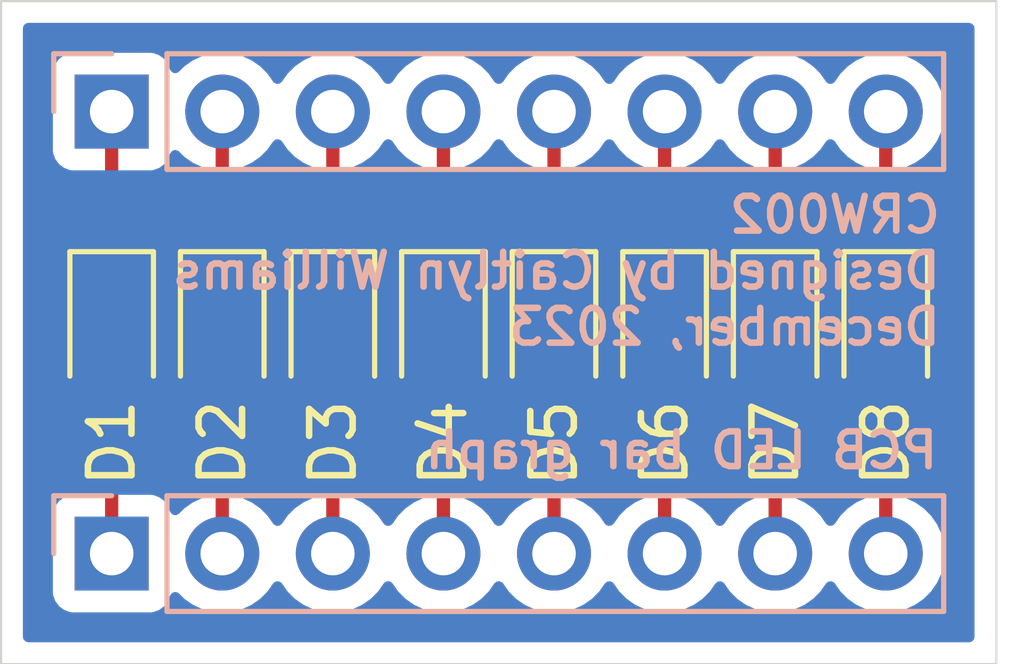
<source format=kicad_pcb>
(kicad_pcb (version 20221018) (generator pcbnew)
  (layers (0 "F.Cu" signal) (31 "B.Cu" signal) (34 "B.Paste" user) (35 "F.Paste" user) (36 "B.SilkS" user "B.Silkscreen") (37 "F.SilkS" user "F.Silkscreen") (38 "B.Mask" user) (39 "F.Mask" user) (44 "Edge.Cuts" user))
  (net 0 "")
  (net 1 "Net-(D1-K)")
  (net 2 "Net-(D1-A)")
  (net 3 "Net-(D2-K)")
  (net 4 "Net-(D2-A)")
  (net 5 "Net-(D3-K)")
  (net 6 "Net-(D3-A)")
  (net 7 "Net-(D4-K)")
  (net 8 "Net-(D4-A)")
  (net 9 "Net-(D5-K)")
  (net 10 "Net-(D5-A)")
  (net 11 "Net-(D6-K)")
  (net 12 "Net-(D6-A)")
  (net 13 "Net-(D7-K)")
  (net 14 "Net-(D7-A)")
  (net 15 "Net-(D8-K)")
  (net 16 "Net-(D8-A)")
  (footprint "LED_SMD:LED_0805_2012Metric_Pad1.15x1.40mm_HandSolder" (layer "F.Cu") (at 93.98 68.58 -90)
    (fp_text reference "D5" (at 2.54 0 90) (layer "F.SilkS"))
    (fp_text value "LED")
    (fp_line (start -1.86 -0.96) (end -1.86 0.96) (stroke (width 0.12)) (layer "F.SilkS"))
    (fp_line (start -1.86 0.96) (end 1 0.96) (stroke (width 0.12)) (layer "F.SilkS"))
    (fp_line (start 1 -0.96) (end -1.86 -0.96) (stroke (width 0.12)) (layer "F.SilkS"))
    (pad "1" smd roundrect (at -1.025 0 270) (size 1.15 1.4) (layers "F.Cu" "F.Paste" "F.Mask") (roundrect_rratio 0.217391) (net 9 "Net-(D5-K)"))
    (pad "2" smd roundrect (at 1.025 0 270) (size 1.15 1.4) (layers "F.Cu" "F.Paste" "F.Mask") (roundrect_rratio 0.217391) (net 10 "Net-(D5-A)"))
  )
  (footprint "LED_SMD:LED_0805_2012Metric_Pad1.15x1.40mm_HandSolder" (layer "F.Cu") (at 86.36 68.58 -90)
    (fp_text reference "D2" (at 2.54 0 90) (layer "F.SilkS"))
    (fp_text value "LED")
    (fp_line (start -1.86 -0.96) (end -1.86 0.96) (stroke (width 0.12)) (layer "F.SilkS"))
    (fp_line (start -1.86 0.96) (end 1 0.96) (stroke (width 0.12)) (layer "F.SilkS"))
    (fp_line (start 1 -0.96) (end -1.86 -0.96) (stroke (width 0.12)) (layer "F.SilkS"))
    (pad "1" smd roundrect (at -1.025 0 270) (size 1.15 1.4) (layers "F.Cu" "F.Paste" "F.Mask") (roundrect_rratio 0.217391) (net 3 "Net-(D2-K)"))
    (pad "2" smd roundrect (at 1.025 0 270) (size 1.15 1.4) (layers "F.Cu" "F.Paste" "F.Mask") (roundrect_rratio 0.217391) (net 4 "Net-(D2-A)"))
  )
  (footprint "LED_SMD:LED_0805_2012Metric_Pad1.15x1.40mm_HandSolder" (layer "F.Cu") (at 99.06 68.58 -90)
    (fp_text reference "D7" (at 2.54 0 90) (layer "F.SilkS"))
    (fp_text value "LED")
    (fp_line (start -1.86 -0.96) (end -1.86 0.96) (stroke (width 0.12)) (layer "F.SilkS"))
    (fp_line (start -1.86 0.96) (end 1 0.96) (stroke (width 0.12)) (layer "F.SilkS"))
    (fp_line (start 1 -0.96) (end -1.86 -0.96) (stroke (width 0.12)) (layer "F.SilkS"))
    (pad "1" smd roundrect (at -1.025 0 270) (size 1.15 1.4) (layers "F.Cu" "F.Paste" "F.Mask") (roundrect_rratio 0.217391) (net 13 "Net-(D7-K)"))
    (pad "2" smd roundrect (at 1.025 0 270) (size 1.15 1.4) (layers "F.Cu" "F.Paste" "F.Mask") (roundrect_rratio 0.217391) (net 14 "Net-(D7-A)"))
  )
  (footprint "LED_SMD:LED_0805_2012Metric_Pad1.15x1.40mm_HandSolder" (layer "F.Cu") (at 91.44 68.58 -90)
    (fp_text reference "D4" (at 2.54 0 90) (layer "F.SilkS"))
    (fp_text value "LED")
    (fp_line (start -1.86 -0.96) (end -1.86 0.96) (stroke (width 0.12)) (layer "F.SilkS"))
    (fp_line (start -1.86 0.96) (end 1 0.96) (stroke (width 0.12)) (layer "F.SilkS"))
    (fp_line (start 1 -0.96) (end -1.86 -0.96) (stroke (width 0.12)) (layer "F.SilkS"))
    (pad "1" smd roundrect (at -1.025 0 270) (size 1.15 1.4) (layers "F.Cu" "F.Paste" "F.Mask") (roundrect_rratio 0.217391) (net 7 "Net-(D4-K)"))
    (pad "2" smd roundrect (at 1.025 0 270) (size 1.15 1.4) (layers "F.Cu" "F.Paste" "F.Mask") (roundrect_rratio 0.217391) (net 8 "Net-(D4-A)"))
  )
  (footprint "LED_SMD:LED_0805_2012Metric_Pad1.15x1.40mm_HandSolder" (layer "F.Cu") (at 83.82 68.58 -90)
    (fp_text reference "D1" (at 2.54 0 90) (layer "F.SilkS"))
    (fp_text value "LED")
    (fp_line (start -1.86 -0.96) (end -1.86 0.96) (stroke (width 0.12)) (layer "F.SilkS"))
    (fp_line (start -1.86 0.96) (end 1 0.96) (stroke (width 0.12)) (layer "F.SilkS"))
    (fp_line (start 1 -0.96) (end -1.86 -0.96) (stroke (width 0.12)) (layer "F.SilkS"))
    (pad "1" smd roundrect (at -1.025 0 270) (size 1.15 1.4) (layers "F.Cu" "F.Paste" "F.Mask") (roundrect_rratio 0.217391) (net 1 "Net-(D1-K)"))
    (pad "2" smd roundrect (at 1.025 0 270) (size 1.15 1.4) (layers "F.Cu" "F.Paste" "F.Mask") (roundrect_rratio 0.217391) (net 2 "Net-(D1-A)"))
  )
  (footprint "LED_SMD:LED_0805_2012Metric_Pad1.15x1.40mm_HandSolder" (layer "F.Cu") (at 88.9 68.58 -90)
    (fp_text reference "D3" (at 2.54 0 90) (layer "F.SilkS"))
    (fp_text value "LED")
    (fp_line (start -1.86 -0.96) (end -1.86 0.96) (stroke (width 0.12)) (layer "F.SilkS"))
    (fp_line (start -1.86 0.96) (end 1 0.96) (stroke (width 0.12)) (layer "F.SilkS"))
    (fp_line (start 1 -0.96) (end -1.86 -0.96) (stroke (width 0.12)) (layer "F.SilkS"))
    (pad "1" smd roundrect (at -1.025 0 270) (size 1.15 1.4) (layers "F.Cu" "F.Paste" "F.Mask") (roundrect_rratio 0.217391) (net 5 "Net-(D3-K)"))
    (pad "2" smd roundrect (at 1.025 0 270) (size 1.15 1.4) (layers "F.Cu" "F.Paste" "F.Mask") (roundrect_rratio 0.217391) (net 6 "Net-(D3-A)"))
  )
  (footprint "LED_SMD:LED_0805_2012Metric_Pad1.15x1.40mm_HandSolder" (layer "F.Cu") (at 96.52 68.58 -90)
    (fp_text reference "D6" (at 2.54 0 90) (layer "F.SilkS"))
    (fp_text value "LED")
    (fp_line (start -1.86 -0.96) (end -1.86 0.96) (stroke (width 0.12)) (layer "F.SilkS"))
    (fp_line (start -1.86 0.96) (end 1 0.96) (stroke (width 0.12)) (layer "F.SilkS"))
    (fp_line (start 1 -0.96) (end -1.86 -0.96) (stroke (width 0.12)) (layer "F.SilkS"))
    (pad "1" smd roundrect (at -1.025 0 270) (size 1.15 1.4) (layers "F.Cu" "F.Paste" "F.Mask") (roundrect_rratio 0.217391) (net 11 "Net-(D6-K)"))
    (pad "2" smd roundrect (at 1.025 0 270) (size 1.15 1.4) (layers "F.Cu" "F.Paste" "F.Mask") (roundrect_rratio 0.217391) (net 12 "Net-(D6-A)"))
  )
  (footprint "LED_SMD:LED_0805_2012Metric_Pad1.15x1.40mm_HandSolder" (layer "F.Cu") (at 101.6 68.58 -90)
    (fp_text reference "D8" (at 2.54 0 90) (layer "F.SilkS"))
    (fp_text value "LED")
    (fp_line (start -1.86 -0.96) (end -1.86 0.96) (stroke (width 0.12)) (layer "F.SilkS"))
    (fp_line (start -1.86 0.96) (end 1 0.96) (stroke (width 0.12)) (layer "F.SilkS"))
    (fp_line (start 1 -0.96) (end -1.86 -0.96) (stroke (width 0.12)) (layer "F.SilkS"))
    (pad "1" smd roundrect (at -1.025 0 270) (size 1.15 1.4) (layers "F.Cu" "F.Paste" "F.Mask") (roundrect_rratio 0.217391) (net 15 "Net-(D8-K)"))
    (pad "2" smd roundrect (at 1.025 0 270) (size 1.15 1.4) (layers "F.Cu" "F.Paste" "F.Mask") (roundrect_rratio 0.217391) (net 16 "Net-(D8-A)"))
  )
  (footprint "Connector_PinHeader_2.54mm:PinHeader_1x08_P2.54mm_Vertical" (layer "B.Cu") (at 83.82 73.66 -90)
    (fp_text reference "J1" hide)
    (fp_text value "K")
    (fp_line (start -1.33 -19.11) (end 1.33 -19.11) (stroke (width 0.12)) (layer "B.SilkS"))
    (fp_line (start -1.33 -1.27) (end -1.33 -19.11) (stroke (width 0.12)) (layer "B.SilkS"))
    (fp_line (start -1.33 -1.27) (end 1.33 -1.27) (stroke (width 0.12)) (layer "B.SilkS"))
    (fp_line (start -1.33 0) (end -1.33 1.33) (stroke (width 0.12)) (layer "B.SilkS"))
    (fp_line (start -1.33 1.33) (end 0 1.33) (stroke (width 0.12)) (layer "B.SilkS"))
    (fp_line (start 1.33 -1.27) (end 1.33 -19.11) (stroke (width 0.12)) (layer "B.SilkS"))
    (pad "1" thru_hole rect (at 0 0 270) (size 1.7 1.7) (drill 1) (layers "*.Cu" "*.Mask") (net 2 "Net-(D1-A)"))
    (pad "2" thru_hole oval (at 0 -2.54 270) (size 1.7 1.7) (drill 1) (layers "*.Cu" "*.Mask") (net 4 "Net-(D2-A)"))
    (pad "3" thru_hole oval (at 0 -5.08 270) (size 1.7 1.7) (drill 1) (layers "*.Cu" "*.Mask") (net 6 "Net-(D3-A)"))
    (pad "4" thru_hole oval (at 0 -7.62 270) (size 1.7 1.7) (drill 1) (layers "*.Cu" "*.Mask") (net 8 "Net-(D4-A)"))
    (pad "5" thru_hole oval (at 0 -10.16 270) (size 1.7 1.7) (drill 1) (layers "*.Cu" "*.Mask") (net 10 "Net-(D5-A)"))
    (pad "6" thru_hole oval (at 0 -12.7 270) (size 1.7 1.7) (drill 1) (layers "*.Cu" "*.Mask") (net 12 "Net-(D6-A)"))
    (pad "7" thru_hole oval (at 0 -15.24 270) (size 1.7 1.7) (drill 1) (layers "*.Cu" "*.Mask") (net 14 "Net-(D7-A)"))
    (pad "8" thru_hole oval (at 0 -17.78 270) (size 1.7 1.7) (drill 1) (layers "*.Cu" "*.Mask") (net 16 "Net-(D8-A)"))
  )
  (footprint "Connector_PinHeader_2.54mm:PinHeader_1x08_P2.54mm_Vertical" (layer "B.Cu") (at 83.82 63.5 -90)
    (fp_text reference "J2" hide)
    (fp_text value "A")
    (fp_line (start -1.33 -19.11) (end 1.33 -19.11) (stroke (width 0.12)) (layer "B.SilkS"))
    (fp_line (start -1.33 -1.27) (end -1.33 -19.11) (stroke (width 0.12)) (layer "B.SilkS"))
    (fp_line (start -1.33 -1.27) (end 1.33 -1.27) (stroke (width 0.12)) (layer "B.SilkS"))
    (fp_line (start -1.33 0) (end -1.33 1.33) (stroke (width 0.12)) (layer "B.SilkS"))
    (fp_line (start -1.33 1.33) (end 0 1.33) (stroke (width 0.12)) (layer "B.SilkS"))
    (fp_line (start 1.33 -1.27) (end 1.33 -19.11) (stroke (width 0.12)) (layer "B.SilkS"))
    (pad "1" thru_hole rect (at 0 0 270) (size 1.7 1.7) (drill 1) (layers "*.Cu" "*.Mask") (net 1 "Net-(D1-K)"))
    (pad "2" thru_hole oval (at 0 -2.54 270) (size 1.7 1.7) (drill 1) (layers "*.Cu" "*.Mask") (net 3 "Net-(D2-K)"))
    (pad "3" thru_hole oval (at 0 -5.08 270) (size 1.7 1.7) (drill 1) (layers "*.Cu" "*.Mask") (net 5 "Net-(D3-K)"))
    (pad "4" thru_hole oval (at 0 -7.62 270) (size 1.7 1.7) (drill 1) (layers "*.Cu" "*.Mask") (net 7 "Net-(D4-K)"))
    (pad "5" thru_hole oval (at 0 -10.16 270) (size 1.7 1.7) (drill 1) (layers "*.Cu" "*.Mask") (net 9 "Net-(D5-K)"))
    (pad "6" thru_hole oval (at 0 -12.7 270) (size 1.7 1.7) (drill 1) (layers "*.Cu" "*.Mask") (net 11 "Net-(D6-K)"))
    (pad "7" thru_hole oval (at 0 -15.24 270) (size 1.7 1.7) (drill 1) (layers "*.Cu" "*.Mask") (net 13 "Net-(D7-K)"))
    (pad "8" thru_hole oval (at 0 -17.78 270) (size 1.7 1.7) (drill 1) (layers "*.Cu" "*.Mask") (net 15 "Net-(D8-K)"))
  )
  (gr_rect (start 81.28 60.96) (end 104.14 76.2) (stroke (width 0.05)) (fill none) (layer "Edge.Cuts"))
  (gr_text "CRW002\nDesigned by Caitlyn Williams\nDecember, 2023" (at 102.93 65.405) (layer "B.SilkS") (effects (font (size 0.8 0.8) (thickness 0.15) bold) (justify left top mirror)))
  (gr_text "PCB LED bar graph" (at 102.87 71.755) (layer "B.SilkS") (effects (font (size 0.8 0.8) (thickness 0.15) bold) (justify left bottom mirror)))
  (segment (start 83.82 67.555) (end 83.82 63.5) (width 0.3048) (layer "F.Cu") (net 1))
  (segment (start 83.82 73.66) (end 83.82 69.605) (width 0.3048) (layer "F.Cu") (net 2))
  (segment (start 86.36 67.555) (end 86.36 63.5) (width 0.3048) (layer "F.Cu") (net 3))
  (segment (start 86.36 73.66) (end 86.36 69.605) (width 0.3048) (layer "F.Cu") (net 4))
  (segment (start 88.9 63.5) (end 88.9 67.555) (width 0.3048) (layer "F.Cu") (net 5))
  (segment (start 88.9 69.605) (end 88.9 73.66) (width 0.3048) (layer "F.Cu") (net 6))
  (segment (start 91.44 67.555) (end 91.44 63.5) (width 0.3048) (layer "F.Cu") (net 7))
  (segment (start 91.44 73.66) (end 91.44 69.605) (width 0.3048) (layer "F.Cu") (net 8))
  (segment (start 93.98 63.5) (end 93.98 67.555) (width 0.3048) (layer "F.Cu") (net 9))
  (segment (start 93.98 73.66) (end 93.98 69.605) (width 0.3048) (layer "F.Cu") (net 10))
  (segment (start 96.52 63.5) (end 96.52 67.555) (width 0.3048) (layer "F.Cu") (net 11))
  (segment (start 96.52 69.605) (end 96.52 73.66) (width 0.3048) (layer "F.Cu") (net 12))
  (segment (start 99.06 63.5) (end 99.06 67.555) (width 0.3048) (layer "F.Cu") (net 13))
  (segment (start 99.06 73.66) (end 99.06 69.605) (width 0.3048) (layer "F.Cu") (net 14))
  (segment (start 101.6 63.5) (end 101.6 67.555) (width 0.3048) (layer "F.Cu") (net 15))
  (segment (start 101.6 69.605) (end 101.6 73.66) (width 0.3048) (layer "F.Cu") (net 16))
  (zone (net 0) (net_name "") (layer "B.Cu") (connect_pads (clearance 0.5)) (min_thickness 0.25) (fill yes (thermal_gap 0.5) (thermal_bridge_width 0.5) (island_removal_mode 1) (island_area_min 10))
    (polygon (pts (xy 81.28 60.96) (xy 104.14 60.96) (xy 104.14 76.2) (xy 81.28 76.2)))
  )
)
</source>
